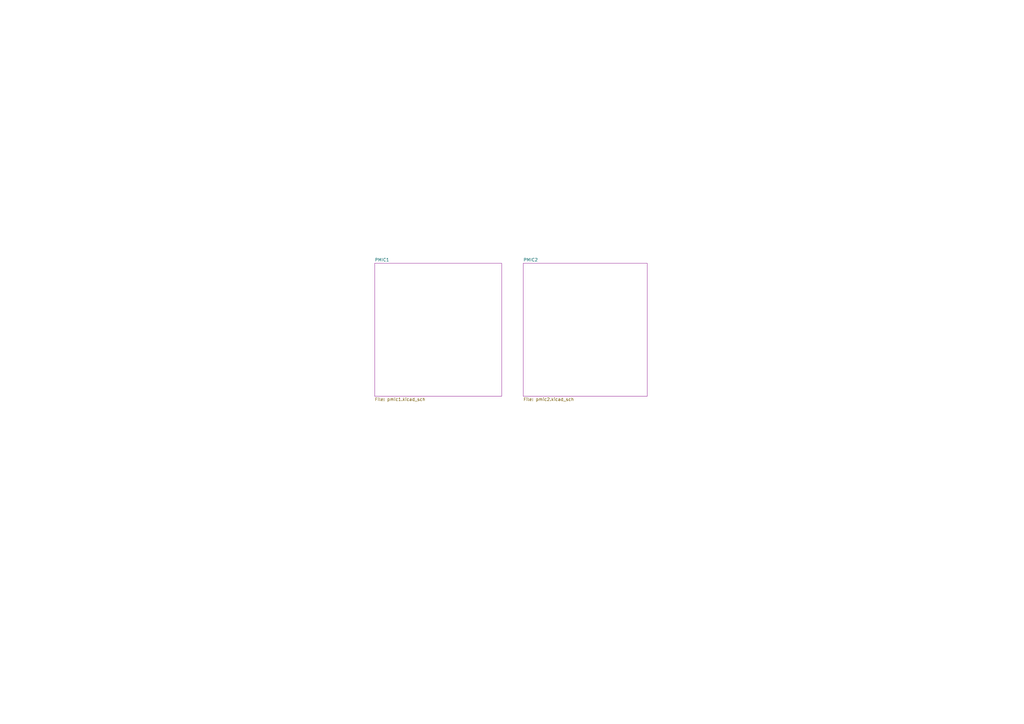
<source format=kicad_sch>
(kicad_sch (version 20210126) (generator eeschema)
  (paper "A3")
  (title_block (title "BeagleBone AI AM57x") (date "2021-01-15") (rev "Kicad-A1") (company "KiCad Services Corporation"))
  (lib_symbols)
  (sheet (at 153.67 107.95) (size 52.07 54.61) (stroke (width 0.001) (color 132 0 132 1)) (fill (color 255 255 255 0.0000))
    (property "Sheet name" "PMIC1" (at 153.67 107.3141 0) (effects (justify left bottom)))
    (property "Sheet file" "pmic1.kicad_sch" (at 153.67 163.0689 0) (effects (justify left top)))
  )
  (sheet (at 214.63 107.95) (size 50.8 54.61) (stroke (width 0.001) (color 132 0 132 1)) (fill (color 255 255 255 0.0000))
    (property "Sheet name" "PMIC2" (at 214.63 107.3141 0) (effects (justify left bottom)))
    (property "Sheet file" "pmic2.kicad_sch" (at 214.63 163.0689 0) (effects (justify left top)))
  )
)
</source>
